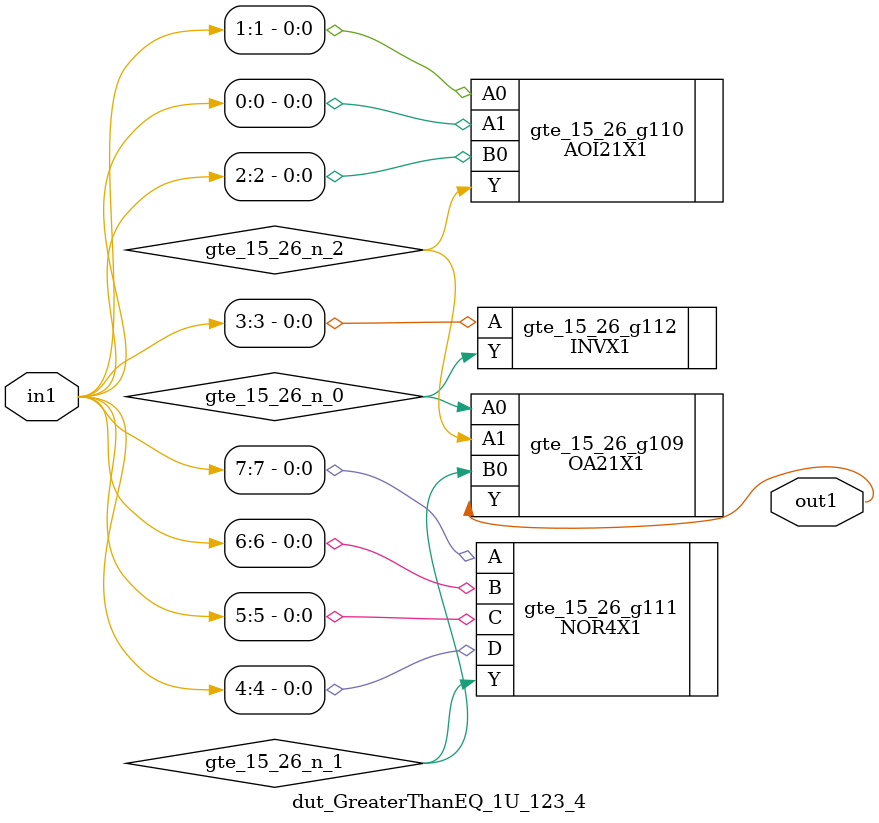
<source format=v>
`timescale 1ps / 1ps


module dut_GreaterThanEQ_1U_123_4(in1, out1);
  input [7:0] in1;
  output out1;
  wire [7:0] in1;
  wire out1;
  wire gte_15_26_n_0, gte_15_26_n_1, gte_15_26_n_2;
  OA21X1 gte_15_26_g109(.A0 (gte_15_26_n_0), .A1 (gte_15_26_n_2), .B0
       (gte_15_26_n_1), .Y (out1));
  AOI21X1 gte_15_26_g110(.A0 (in1[1]), .A1 (in1[0]), .B0 (in1[2]), .Y
       (gte_15_26_n_2));
  NOR4X1 gte_15_26_g111(.A (in1[7]), .B (in1[6]), .C (in1[5]), .D
       (in1[4]), .Y (gte_15_26_n_1));
  INVX1 gte_15_26_g112(.A (in1[3]), .Y (gte_15_26_n_0));
endmodule



</source>
